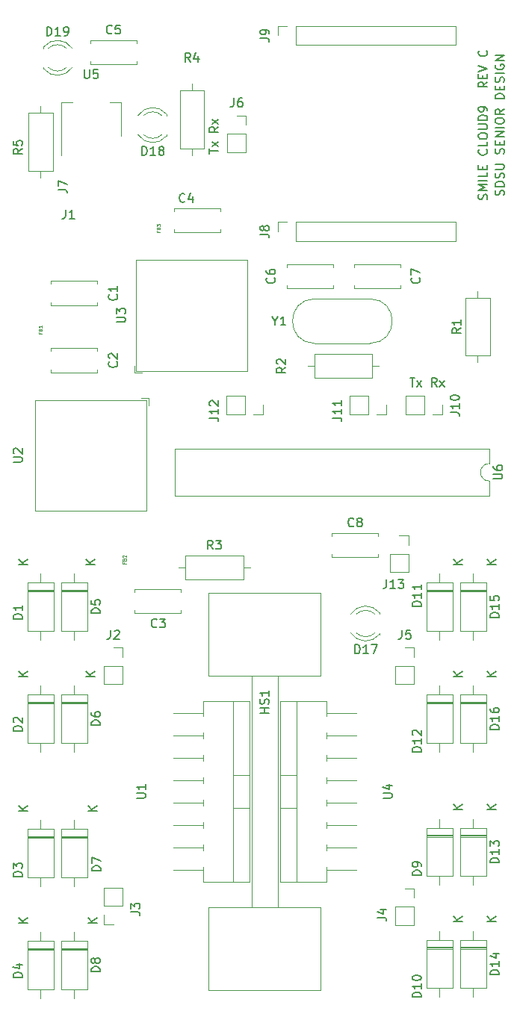
<source format=gbr>
G04 #@! TF.GenerationSoftware,KiCad,Pcbnew,(5.1.5)-3*
G04 #@! TF.CreationDate,2020-02-27T17:39:30-08:00*
G04 #@! TF.ProjectId,MobileCloud,4d6f6269-6c65-4436-9c6f-75642e6b6963,C*
G04 #@! TF.SameCoordinates,Original*
G04 #@! TF.FileFunction,Legend,Top*
G04 #@! TF.FilePolarity,Positive*
%FSLAX46Y46*%
G04 Gerber Fmt 4.6, Leading zero omitted, Abs format (unit mm)*
G04 Created by KiCad (PCBNEW (5.1.5)-3) date 2020-02-27 17:39:30*
%MOMM*%
%LPD*%
G04 APERTURE LIST*
%ADD10C,0.150000*%
%ADD11C,0.120000*%
%ADD12C,0.015000*%
G04 APERTURE END LIST*
D10*
X68667380Y-30551190D02*
X68667380Y-29979761D01*
X69667380Y-30265476D02*
X68667380Y-30265476D01*
X69667380Y-29741666D02*
X69000714Y-29217857D01*
X69000714Y-29741666D02*
X69667380Y-29217857D01*
X69667380Y-27503571D02*
X69191190Y-27836904D01*
X69667380Y-28075000D02*
X68667380Y-28075000D01*
X68667380Y-27694047D01*
X68715000Y-27598809D01*
X68762619Y-27551190D01*
X68857857Y-27503571D01*
X69000714Y-27503571D01*
X69095952Y-27551190D01*
X69143571Y-27598809D01*
X69191190Y-27694047D01*
X69191190Y-28075000D01*
X69667380Y-27170238D02*
X69000714Y-26646428D01*
X69000714Y-27170238D02*
X69667380Y-26646428D01*
X91368809Y-55967380D02*
X91940238Y-55967380D01*
X91654523Y-56967380D02*
X91654523Y-55967380D01*
X92178333Y-56967380D02*
X92702142Y-56300714D01*
X92178333Y-56300714D02*
X92702142Y-56967380D01*
X94416428Y-56967380D02*
X94083095Y-56491190D01*
X93845000Y-56967380D02*
X93845000Y-55967380D01*
X94225952Y-55967380D01*
X94321190Y-56015000D01*
X94368809Y-56062619D01*
X94416428Y-56157857D01*
X94416428Y-56300714D01*
X94368809Y-56395952D01*
X94321190Y-56443571D01*
X94225952Y-56491190D01*
X93845000Y-56491190D01*
X94749761Y-56967380D02*
X95273571Y-56300714D01*
X94749761Y-56300714D02*
X95273571Y-56967380D01*
X100147380Y-22407380D02*
X99671190Y-22740714D01*
X100147380Y-22978809D02*
X99147380Y-22978809D01*
X99147380Y-22597857D01*
X99195000Y-22502619D01*
X99242619Y-22455000D01*
X99337857Y-22407380D01*
X99480714Y-22407380D01*
X99575952Y-22455000D01*
X99623571Y-22502619D01*
X99671190Y-22597857D01*
X99671190Y-22978809D01*
X99623571Y-21978809D02*
X99623571Y-21645476D01*
X100147380Y-21502619D02*
X100147380Y-21978809D01*
X99147380Y-21978809D01*
X99147380Y-21502619D01*
X99147380Y-21216904D02*
X100147380Y-20883571D01*
X99147380Y-20550238D01*
X100052142Y-18883571D02*
X100099761Y-18931190D01*
X100147380Y-19074047D01*
X100147380Y-19169285D01*
X100099761Y-19312142D01*
X100004523Y-19407380D01*
X99909285Y-19455000D01*
X99718809Y-19502619D01*
X99575952Y-19502619D01*
X99385476Y-19455000D01*
X99290238Y-19407380D01*
X99195000Y-19312142D01*
X99147380Y-19169285D01*
X99147380Y-19074047D01*
X99195000Y-18931190D01*
X99242619Y-18883571D01*
X102004761Y-35257380D02*
X102052380Y-35114523D01*
X102052380Y-34876428D01*
X102004761Y-34781190D01*
X101957142Y-34733571D01*
X101861904Y-34685952D01*
X101766666Y-34685952D01*
X101671428Y-34733571D01*
X101623809Y-34781190D01*
X101576190Y-34876428D01*
X101528571Y-35066904D01*
X101480952Y-35162142D01*
X101433333Y-35209761D01*
X101338095Y-35257380D01*
X101242857Y-35257380D01*
X101147619Y-35209761D01*
X101100000Y-35162142D01*
X101052380Y-35066904D01*
X101052380Y-34828809D01*
X101100000Y-34685952D01*
X102052380Y-34257380D02*
X101052380Y-34257380D01*
X101052380Y-34019285D01*
X101100000Y-33876428D01*
X101195238Y-33781190D01*
X101290476Y-33733571D01*
X101480952Y-33685952D01*
X101623809Y-33685952D01*
X101814285Y-33733571D01*
X101909523Y-33781190D01*
X102004761Y-33876428D01*
X102052380Y-34019285D01*
X102052380Y-34257380D01*
X102004761Y-33305000D02*
X102052380Y-33162142D01*
X102052380Y-32924047D01*
X102004761Y-32828809D01*
X101957142Y-32781190D01*
X101861904Y-32733571D01*
X101766666Y-32733571D01*
X101671428Y-32781190D01*
X101623809Y-32828809D01*
X101576190Y-32924047D01*
X101528571Y-33114523D01*
X101480952Y-33209761D01*
X101433333Y-33257380D01*
X101338095Y-33305000D01*
X101242857Y-33305000D01*
X101147619Y-33257380D01*
X101100000Y-33209761D01*
X101052380Y-33114523D01*
X101052380Y-32876428D01*
X101100000Y-32733571D01*
X101052380Y-32305000D02*
X101861904Y-32305000D01*
X101957142Y-32257380D01*
X102004761Y-32209761D01*
X102052380Y-32114523D01*
X102052380Y-31924047D01*
X102004761Y-31828809D01*
X101957142Y-31781190D01*
X101861904Y-31733571D01*
X101052380Y-31733571D01*
X102004761Y-30543095D02*
X102052380Y-30400238D01*
X102052380Y-30162142D01*
X102004761Y-30066904D01*
X101957142Y-30019285D01*
X101861904Y-29971666D01*
X101766666Y-29971666D01*
X101671428Y-30019285D01*
X101623809Y-30066904D01*
X101576190Y-30162142D01*
X101528571Y-30352619D01*
X101480952Y-30447857D01*
X101433333Y-30495476D01*
X101338095Y-30543095D01*
X101242857Y-30543095D01*
X101147619Y-30495476D01*
X101100000Y-30447857D01*
X101052380Y-30352619D01*
X101052380Y-30114523D01*
X101100000Y-29971666D01*
X101528571Y-29543095D02*
X101528571Y-29209761D01*
X102052380Y-29066904D02*
X102052380Y-29543095D01*
X101052380Y-29543095D01*
X101052380Y-29066904D01*
X102052380Y-28638333D02*
X101052380Y-28638333D01*
X102052380Y-28066904D01*
X101052380Y-28066904D01*
X102052380Y-27590714D02*
X101052380Y-27590714D01*
X101052380Y-26924047D02*
X101052380Y-26733571D01*
X101100000Y-26638333D01*
X101195238Y-26543095D01*
X101385714Y-26495476D01*
X101719047Y-26495476D01*
X101909523Y-26543095D01*
X102004761Y-26638333D01*
X102052380Y-26733571D01*
X102052380Y-26924047D01*
X102004761Y-27019285D01*
X101909523Y-27114523D01*
X101719047Y-27162142D01*
X101385714Y-27162142D01*
X101195238Y-27114523D01*
X101100000Y-27019285D01*
X101052380Y-26924047D01*
X102052380Y-25495476D02*
X101576190Y-25828809D01*
X102052380Y-26066904D02*
X101052380Y-26066904D01*
X101052380Y-25685952D01*
X101100000Y-25590714D01*
X101147619Y-25543095D01*
X101242857Y-25495476D01*
X101385714Y-25495476D01*
X101480952Y-25543095D01*
X101528571Y-25590714D01*
X101576190Y-25685952D01*
X101576190Y-26066904D01*
X102052380Y-24305000D02*
X101052380Y-24305000D01*
X101052380Y-24066904D01*
X101100000Y-23924047D01*
X101195238Y-23828809D01*
X101290476Y-23781190D01*
X101480952Y-23733571D01*
X101623809Y-23733571D01*
X101814285Y-23781190D01*
X101909523Y-23828809D01*
X102004761Y-23924047D01*
X102052380Y-24066904D01*
X102052380Y-24305000D01*
X101528571Y-23305000D02*
X101528571Y-22971666D01*
X102052380Y-22828809D02*
X102052380Y-23305000D01*
X101052380Y-23305000D01*
X101052380Y-22828809D01*
X102004761Y-22447857D02*
X102052380Y-22305000D01*
X102052380Y-22066904D01*
X102004761Y-21971666D01*
X101957142Y-21924047D01*
X101861904Y-21876428D01*
X101766666Y-21876428D01*
X101671428Y-21924047D01*
X101623809Y-21971666D01*
X101576190Y-22066904D01*
X101528571Y-22257380D01*
X101480952Y-22352619D01*
X101433333Y-22400238D01*
X101338095Y-22447857D01*
X101242857Y-22447857D01*
X101147619Y-22400238D01*
X101100000Y-22352619D01*
X101052380Y-22257380D01*
X101052380Y-22019285D01*
X101100000Y-21876428D01*
X102052380Y-21447857D02*
X101052380Y-21447857D01*
X101100000Y-20447857D02*
X101052380Y-20543095D01*
X101052380Y-20685952D01*
X101100000Y-20828809D01*
X101195238Y-20924047D01*
X101290476Y-20971666D01*
X101480952Y-21019285D01*
X101623809Y-21019285D01*
X101814285Y-20971666D01*
X101909523Y-20924047D01*
X102004761Y-20828809D01*
X102052380Y-20685952D01*
X102052380Y-20590714D01*
X102004761Y-20447857D01*
X101957142Y-20400238D01*
X101623809Y-20400238D01*
X101623809Y-20590714D01*
X102052380Y-19971666D02*
X101052380Y-19971666D01*
X102052380Y-19400238D01*
X101052380Y-19400238D01*
X100099761Y-35741904D02*
X100147380Y-35599047D01*
X100147380Y-35360952D01*
X100099761Y-35265714D01*
X100052142Y-35218095D01*
X99956904Y-35170476D01*
X99861666Y-35170476D01*
X99766428Y-35218095D01*
X99718809Y-35265714D01*
X99671190Y-35360952D01*
X99623571Y-35551428D01*
X99575952Y-35646666D01*
X99528333Y-35694285D01*
X99433095Y-35741904D01*
X99337857Y-35741904D01*
X99242619Y-35694285D01*
X99195000Y-35646666D01*
X99147380Y-35551428D01*
X99147380Y-35313333D01*
X99195000Y-35170476D01*
X100147380Y-34741904D02*
X99147380Y-34741904D01*
X99861666Y-34408571D01*
X99147380Y-34075238D01*
X100147380Y-34075238D01*
X100147380Y-33599047D02*
X99147380Y-33599047D01*
X100147380Y-32646666D02*
X100147380Y-33122857D01*
X99147380Y-33122857D01*
X99623571Y-32313333D02*
X99623571Y-31980000D01*
X100147380Y-31837142D02*
X100147380Y-32313333D01*
X99147380Y-32313333D01*
X99147380Y-31837142D01*
X100052142Y-30075238D02*
X100099761Y-30122857D01*
X100147380Y-30265714D01*
X100147380Y-30360952D01*
X100099761Y-30503809D01*
X100004523Y-30599047D01*
X99909285Y-30646666D01*
X99718809Y-30694285D01*
X99575952Y-30694285D01*
X99385476Y-30646666D01*
X99290238Y-30599047D01*
X99195000Y-30503809D01*
X99147380Y-30360952D01*
X99147380Y-30265714D01*
X99195000Y-30122857D01*
X99242619Y-30075238D01*
X100147380Y-29170476D02*
X100147380Y-29646666D01*
X99147380Y-29646666D01*
X99147380Y-28646666D02*
X99147380Y-28456190D01*
X99195000Y-28360952D01*
X99290238Y-28265714D01*
X99480714Y-28218095D01*
X99814047Y-28218095D01*
X100004523Y-28265714D01*
X100099761Y-28360952D01*
X100147380Y-28456190D01*
X100147380Y-28646666D01*
X100099761Y-28741904D01*
X100004523Y-28837142D01*
X99814047Y-28884761D01*
X99480714Y-28884761D01*
X99290238Y-28837142D01*
X99195000Y-28741904D01*
X99147380Y-28646666D01*
X99147380Y-27789523D02*
X99956904Y-27789523D01*
X100052142Y-27741904D01*
X100099761Y-27694285D01*
X100147380Y-27599047D01*
X100147380Y-27408571D01*
X100099761Y-27313333D01*
X100052142Y-27265714D01*
X99956904Y-27218095D01*
X99147380Y-27218095D01*
X100147380Y-26741904D02*
X99147380Y-26741904D01*
X99147380Y-26503809D01*
X99195000Y-26360952D01*
X99290238Y-26265714D01*
X99385476Y-26218095D01*
X99575952Y-26170476D01*
X99718809Y-26170476D01*
X99909285Y-26218095D01*
X100004523Y-26265714D01*
X100099761Y-26360952D01*
X100147380Y-26503809D01*
X100147380Y-26741904D01*
X100147380Y-25694285D02*
X100147380Y-25503809D01*
X100099761Y-25408571D01*
X100052142Y-25360952D01*
X99909285Y-25265714D01*
X99718809Y-25218095D01*
X99337857Y-25218095D01*
X99242619Y-25265714D01*
X99195000Y-25313333D01*
X99147380Y-25408571D01*
X99147380Y-25599047D01*
X99195000Y-25694285D01*
X99242619Y-25741904D01*
X99337857Y-25789523D01*
X99575952Y-25789523D01*
X99671190Y-25741904D01*
X99718809Y-25694285D01*
X99766428Y-25599047D01*
X99766428Y-25408571D01*
X99718809Y-25313333D01*
X99671190Y-25265714D01*
X99575952Y-25218095D01*
D11*
X100022000Y-79195000D02*
X97082000Y-79195000D01*
X97082000Y-79195000D02*
X97082000Y-84635000D01*
X97082000Y-84635000D02*
X100022000Y-84635000D01*
X100022000Y-84635000D02*
X100022000Y-79195000D01*
X98552000Y-78175000D02*
X98552000Y-79195000D01*
X98552000Y-85655000D02*
X98552000Y-84635000D01*
X100022000Y-80095000D02*
X97082000Y-80095000D01*
X100022000Y-80215000D02*
X97082000Y-80215000D01*
X100022000Y-79975000D02*
X97082000Y-79975000D01*
X100390000Y-67675000D02*
G75*
G02X100390000Y-65675000I0J1000000D01*
G01*
X100390000Y-65675000D02*
X100390000Y-64025000D01*
X100390000Y-64025000D02*
X64710000Y-64025000D01*
X64710000Y-64025000D02*
X64710000Y-69325000D01*
X64710000Y-69325000D02*
X100390000Y-69325000D01*
X100390000Y-69325000D02*
X100390000Y-67675000D01*
X61545000Y-58470000D02*
X61545000Y-71070000D01*
X48945000Y-58470000D02*
X61545000Y-58470000D01*
X48945000Y-71070000D02*
X48945000Y-58470000D01*
X61545000Y-71070000D02*
X48945000Y-71070000D01*
X61745000Y-58270000D02*
X60945000Y-58270000D01*
X61745000Y-59070000D02*
X61745000Y-58270000D01*
X50680000Y-44985000D02*
X55920000Y-44985000D01*
X50680000Y-47725000D02*
X55920000Y-47725000D01*
X50680000Y-44985000D02*
X50680000Y-45300000D01*
X50680000Y-47410000D02*
X50680000Y-47725000D01*
X55920000Y-44985000D02*
X55920000Y-45300000D01*
X55920000Y-47410000D02*
X55920000Y-47725000D01*
X55920000Y-55030000D02*
X55920000Y-55345000D01*
X55920000Y-52605000D02*
X55920000Y-52920000D01*
X50680000Y-55030000D02*
X50680000Y-55345000D01*
X50680000Y-52605000D02*
X50680000Y-52920000D01*
X50680000Y-55345000D02*
X55920000Y-55345000D01*
X50680000Y-52605000D02*
X55920000Y-52605000D01*
X65445000Y-82335000D02*
X65445000Y-82650000D01*
X65445000Y-79910000D02*
X65445000Y-80225000D01*
X60205000Y-82335000D02*
X60205000Y-82650000D01*
X60205000Y-79910000D02*
X60205000Y-80225000D01*
X60205000Y-82650000D02*
X65445000Y-82650000D01*
X60205000Y-79910000D02*
X65445000Y-79910000D01*
X69890000Y-39155000D02*
X69890000Y-39470000D01*
X69890000Y-36730000D02*
X69890000Y-37045000D01*
X64650000Y-39155000D02*
X64650000Y-39470000D01*
X64650000Y-36730000D02*
X64650000Y-37045000D01*
X64650000Y-39470000D02*
X69890000Y-39470000D01*
X64650000Y-36730000D02*
X69890000Y-36730000D01*
X60445000Y-20420000D02*
X55205000Y-20420000D01*
X60445000Y-17680000D02*
X55205000Y-17680000D01*
X60445000Y-20420000D02*
X60445000Y-20105000D01*
X60445000Y-17995000D02*
X60445000Y-17680000D01*
X55205000Y-20420000D02*
X55205000Y-20105000D01*
X55205000Y-17995000D02*
X55205000Y-17680000D01*
X77430000Y-43080000D02*
X82670000Y-43080000D01*
X77430000Y-45820000D02*
X82670000Y-45820000D01*
X77430000Y-43080000D02*
X77430000Y-43395000D01*
X77430000Y-45505000D02*
X77430000Y-45820000D01*
X82670000Y-43080000D02*
X82670000Y-43395000D01*
X82670000Y-45505000D02*
X82670000Y-45820000D01*
X85050000Y-43395000D02*
X85050000Y-43080000D01*
X85050000Y-45820000D02*
X85050000Y-45505000D01*
X90290000Y-43395000D02*
X90290000Y-43080000D01*
X90290000Y-45820000D02*
X90290000Y-45505000D01*
X90290000Y-43080000D02*
X85050000Y-43080000D01*
X90290000Y-45820000D02*
X85050000Y-45820000D01*
X82510000Y-73560000D02*
X87750000Y-73560000D01*
X82510000Y-76300000D02*
X87750000Y-76300000D01*
X82510000Y-73560000D02*
X82510000Y-73875000D01*
X82510000Y-75985000D02*
X82510000Y-76300000D01*
X87750000Y-73560000D02*
X87750000Y-73875000D01*
X87750000Y-75985000D02*
X87750000Y-76300000D01*
X51000000Y-107135000D02*
X48060000Y-107135000D01*
X48060000Y-107135000D02*
X48060000Y-112575000D01*
X48060000Y-112575000D02*
X51000000Y-112575000D01*
X51000000Y-112575000D02*
X51000000Y-107135000D01*
X49530000Y-106115000D02*
X49530000Y-107135000D01*
X49530000Y-113595000D02*
X49530000Y-112575000D01*
X51000000Y-108035000D02*
X48060000Y-108035000D01*
X51000000Y-108155000D02*
X48060000Y-108155000D01*
X51000000Y-107915000D02*
X48060000Y-107915000D01*
X51000000Y-120615000D02*
X48060000Y-120615000D01*
X51000000Y-120855000D02*
X48060000Y-120855000D01*
X51000000Y-120735000D02*
X48060000Y-120735000D01*
X49530000Y-126295000D02*
X49530000Y-125275000D01*
X49530000Y-118815000D02*
X49530000Y-119835000D01*
X51000000Y-125275000D02*
X51000000Y-119835000D01*
X48060000Y-125275000D02*
X51000000Y-125275000D01*
X48060000Y-119835000D02*
X48060000Y-125275000D01*
X51000000Y-119835000D02*
X48060000Y-119835000D01*
X54810000Y-107915000D02*
X51870000Y-107915000D01*
X54810000Y-108155000D02*
X51870000Y-108155000D01*
X54810000Y-108035000D02*
X51870000Y-108035000D01*
X53340000Y-113595000D02*
X53340000Y-112575000D01*
X53340000Y-106115000D02*
X53340000Y-107135000D01*
X54810000Y-112575000D02*
X54810000Y-107135000D01*
X51870000Y-112575000D02*
X54810000Y-112575000D01*
X51870000Y-107135000D02*
X51870000Y-112575000D01*
X54810000Y-107135000D02*
X51870000Y-107135000D01*
X54810000Y-119835000D02*
X51870000Y-119835000D01*
X51870000Y-119835000D02*
X51870000Y-125275000D01*
X51870000Y-125275000D02*
X54810000Y-125275000D01*
X54810000Y-125275000D02*
X54810000Y-119835000D01*
X53340000Y-118815000D02*
X53340000Y-119835000D01*
X53340000Y-126295000D02*
X53340000Y-125275000D01*
X54810000Y-120735000D02*
X51870000Y-120735000D01*
X54810000Y-120855000D02*
X51870000Y-120855000D01*
X54810000Y-120615000D02*
X51870000Y-120615000D01*
X96212000Y-107788000D02*
X93272000Y-107788000D01*
X96212000Y-108028000D02*
X93272000Y-108028000D01*
X96212000Y-107908000D02*
X93272000Y-107908000D01*
X94742000Y-113468000D02*
X94742000Y-112448000D01*
X94742000Y-105988000D02*
X94742000Y-107008000D01*
X96212000Y-112448000D02*
X96212000Y-107008000D01*
X93272000Y-112448000D02*
X96212000Y-112448000D01*
X93272000Y-107008000D02*
X93272000Y-112448000D01*
X96212000Y-107008000D02*
X93272000Y-107008000D01*
X96212000Y-119708000D02*
X93272000Y-119708000D01*
X93272000Y-119708000D02*
X93272000Y-125148000D01*
X93272000Y-125148000D02*
X96212000Y-125148000D01*
X96212000Y-125148000D02*
X96212000Y-119708000D01*
X94742000Y-118688000D02*
X94742000Y-119708000D01*
X94742000Y-126168000D02*
X94742000Y-125148000D01*
X96212000Y-120608000D02*
X93272000Y-120608000D01*
X96212000Y-120728000D02*
X93272000Y-120728000D01*
X96212000Y-120488000D02*
X93272000Y-120488000D01*
X96212000Y-79195000D02*
X93272000Y-79195000D01*
X93272000Y-79195000D02*
X93272000Y-84635000D01*
X93272000Y-84635000D02*
X96212000Y-84635000D01*
X96212000Y-84635000D02*
X96212000Y-79195000D01*
X94742000Y-78175000D02*
X94742000Y-79195000D01*
X94742000Y-85655000D02*
X94742000Y-84635000D01*
X96212000Y-80095000D02*
X93272000Y-80095000D01*
X96212000Y-80215000D02*
X93272000Y-80215000D01*
X96212000Y-79975000D02*
X93272000Y-79975000D01*
X96212000Y-91895000D02*
X93272000Y-91895000D01*
X93272000Y-91895000D02*
X93272000Y-97335000D01*
X93272000Y-97335000D02*
X96212000Y-97335000D01*
X96212000Y-97335000D02*
X96212000Y-91895000D01*
X94742000Y-90875000D02*
X94742000Y-91895000D01*
X94742000Y-98355000D02*
X94742000Y-97335000D01*
X96212000Y-92795000D02*
X93272000Y-92795000D01*
X96212000Y-92915000D02*
X93272000Y-92915000D01*
X96212000Y-92675000D02*
X93272000Y-92675000D01*
X100022000Y-107788000D02*
X97082000Y-107788000D01*
X100022000Y-108028000D02*
X97082000Y-108028000D01*
X100022000Y-107908000D02*
X97082000Y-107908000D01*
X98552000Y-113468000D02*
X98552000Y-112448000D01*
X98552000Y-105988000D02*
X98552000Y-107008000D01*
X100022000Y-112448000D02*
X100022000Y-107008000D01*
X97082000Y-112448000D02*
X100022000Y-112448000D01*
X97082000Y-107008000D02*
X97082000Y-112448000D01*
X100022000Y-107008000D02*
X97082000Y-107008000D01*
X100022000Y-120488000D02*
X97082000Y-120488000D01*
X100022000Y-120728000D02*
X97082000Y-120728000D01*
X100022000Y-120608000D02*
X97082000Y-120608000D01*
X98552000Y-126168000D02*
X98552000Y-125148000D01*
X98552000Y-118688000D02*
X98552000Y-119708000D01*
X100022000Y-125148000D02*
X100022000Y-119708000D01*
X97082000Y-125148000D02*
X100022000Y-125148000D01*
X97082000Y-119708000D02*
X97082000Y-125148000D01*
X100022000Y-119708000D02*
X97082000Y-119708000D01*
X100022000Y-92675000D02*
X97082000Y-92675000D01*
X100022000Y-92915000D02*
X97082000Y-92915000D01*
X100022000Y-92795000D02*
X97082000Y-92795000D01*
X98552000Y-98355000D02*
X98552000Y-97335000D01*
X98552000Y-90875000D02*
X98552000Y-91895000D01*
X100022000Y-97335000D02*
X100022000Y-91895000D01*
X97082000Y-97335000D02*
X100022000Y-97335000D01*
X97082000Y-91895000D02*
X97082000Y-97335000D01*
X100022000Y-91895000D02*
X97082000Y-91895000D01*
X97690000Y-53435000D02*
X100430000Y-53435000D01*
X100430000Y-53435000D02*
X100430000Y-46895000D01*
X100430000Y-46895000D02*
X97690000Y-46895000D01*
X97690000Y-46895000D02*
X97690000Y-53435000D01*
X99060000Y-54205000D02*
X99060000Y-53435000D01*
X99060000Y-46125000D02*
X99060000Y-46895000D01*
X79780000Y-54610000D02*
X80550000Y-54610000D01*
X87860000Y-54610000D02*
X87090000Y-54610000D01*
X80550000Y-55980000D02*
X87090000Y-55980000D01*
X80550000Y-53240000D02*
X80550000Y-55980000D01*
X87090000Y-53240000D02*
X80550000Y-53240000D01*
X87090000Y-55980000D02*
X87090000Y-53240000D01*
X67959000Y-111760000D02*
X64565000Y-111760000D01*
X67959000Y-109220000D02*
X64565000Y-109220000D01*
X67959000Y-106680000D02*
X64565000Y-106680000D01*
X67959000Y-104140000D02*
X64565000Y-104140000D01*
X67959000Y-101600000D02*
X64565000Y-101600000D01*
X67959000Y-99060000D02*
X64565000Y-99060000D01*
X67959000Y-96520000D02*
X64565000Y-96520000D01*
X67959000Y-93980000D02*
X64550000Y-93980000D01*
X73200000Y-104720000D02*
X71360000Y-104720000D01*
X73200000Y-101021000D02*
X71360000Y-101021000D01*
X71360000Y-92650000D02*
X71360000Y-113090000D01*
X73200000Y-113090000D02*
X67959000Y-113090000D01*
X73200000Y-92650000D02*
X67959000Y-92650000D01*
X67959000Y-111415000D02*
X67959000Y-113090000D01*
X67959000Y-108875000D02*
X67959000Y-109566000D01*
X67959000Y-106335000D02*
X67959000Y-107026000D01*
X67959000Y-103795000D02*
X67959000Y-104486000D01*
X67959000Y-101255000D02*
X67959000Y-101946000D01*
X67959000Y-98715000D02*
X67959000Y-99406000D01*
X67959000Y-96175000D02*
X67959000Y-96866000D01*
X67959000Y-92650000D02*
X67959000Y-94326000D01*
X73200000Y-92650000D02*
X73200000Y-113090000D01*
X60175000Y-54595000D02*
X60175000Y-55395000D01*
X60175000Y-55395000D02*
X60975000Y-55395000D01*
X60375000Y-42595000D02*
X72975000Y-42595000D01*
X72975000Y-42595000D02*
X72975000Y-55195000D01*
X72975000Y-55195000D02*
X60375000Y-55195000D01*
X60375000Y-55195000D02*
X60375000Y-42595000D01*
X76660000Y-113090000D02*
X76660000Y-92650000D01*
X81901000Y-113090000D02*
X81901000Y-111414000D01*
X81901000Y-109565000D02*
X81901000Y-108874000D01*
X81901000Y-107025000D02*
X81901000Y-106334000D01*
X81901000Y-104485000D02*
X81901000Y-103794000D01*
X81901000Y-101945000D02*
X81901000Y-101254000D01*
X81901000Y-99405000D02*
X81901000Y-98714000D01*
X81901000Y-96865000D02*
X81901000Y-96174000D01*
X81901000Y-94325000D02*
X81901000Y-92650000D01*
X76660000Y-113090000D02*
X81901000Y-113090000D01*
X76660000Y-92650000D02*
X81901000Y-92650000D01*
X78500000Y-113090000D02*
X78500000Y-92650000D01*
X76660000Y-104719000D02*
X78500000Y-104719000D01*
X76660000Y-101020000D02*
X78500000Y-101020000D01*
X81901000Y-111760000D02*
X85310000Y-111760000D01*
X81901000Y-109220000D02*
X85295000Y-109220000D01*
X81901000Y-106680000D02*
X85295000Y-106680000D01*
X81901000Y-104140000D02*
X85295000Y-104140000D01*
X81901000Y-101600000D02*
X85295000Y-101600000D01*
X81901000Y-99060000D02*
X85295000Y-99060000D01*
X81901000Y-96520000D02*
X85295000Y-96520000D01*
X81901000Y-93980000D02*
X85295000Y-93980000D01*
X58655000Y-24735000D02*
X57395000Y-24735000D01*
X51835000Y-24735000D02*
X53095000Y-24735000D01*
X58655000Y-28495000D02*
X58655000Y-24735000D01*
X51835000Y-30745000D02*
X51835000Y-24735000D01*
X51000000Y-79975000D02*
X48060000Y-79975000D01*
X51000000Y-80215000D02*
X48060000Y-80215000D01*
X51000000Y-80095000D02*
X48060000Y-80095000D01*
X49530000Y-85655000D02*
X49530000Y-84635000D01*
X49530000Y-78175000D02*
X49530000Y-79195000D01*
X51000000Y-84635000D02*
X51000000Y-79195000D01*
X48060000Y-84635000D02*
X51000000Y-84635000D01*
X48060000Y-79195000D02*
X48060000Y-84635000D01*
X51000000Y-79195000D02*
X48060000Y-79195000D01*
X51000000Y-91895000D02*
X48060000Y-91895000D01*
X48060000Y-91895000D02*
X48060000Y-97335000D01*
X48060000Y-97335000D02*
X51000000Y-97335000D01*
X51000000Y-97335000D02*
X51000000Y-91895000D01*
X49530000Y-90875000D02*
X49530000Y-91895000D01*
X49530000Y-98355000D02*
X49530000Y-97335000D01*
X51000000Y-92795000D02*
X48060000Y-92795000D01*
X51000000Y-92915000D02*
X48060000Y-92915000D01*
X51000000Y-92675000D02*
X48060000Y-92675000D01*
X54810000Y-79975000D02*
X51870000Y-79975000D01*
X54810000Y-80215000D02*
X51870000Y-80215000D01*
X54810000Y-80095000D02*
X51870000Y-80095000D01*
X53340000Y-85655000D02*
X53340000Y-84635000D01*
X53340000Y-78175000D02*
X53340000Y-79195000D01*
X54810000Y-84635000D02*
X54810000Y-79195000D01*
X51870000Y-84635000D02*
X54810000Y-84635000D01*
X51870000Y-79195000D02*
X51870000Y-84635000D01*
X54810000Y-79195000D02*
X51870000Y-79195000D01*
X54810000Y-91895000D02*
X51870000Y-91895000D01*
X51870000Y-91895000D02*
X51870000Y-97335000D01*
X51870000Y-97335000D02*
X54810000Y-97335000D01*
X54810000Y-97335000D02*
X54810000Y-91895000D01*
X53340000Y-90875000D02*
X53340000Y-91895000D01*
X53340000Y-98355000D02*
X53340000Y-97335000D01*
X54810000Y-92795000D02*
X51870000Y-92795000D01*
X54810000Y-92915000D02*
X51870000Y-92915000D01*
X54810000Y-92675000D02*
X51870000Y-92675000D01*
X71755000Y-26245000D02*
X72815000Y-26245000D01*
X72815000Y-26245000D02*
X72815000Y-27305000D01*
X72815000Y-28305000D02*
X72815000Y-30365000D01*
X70695000Y-30365000D02*
X72815000Y-30365000D01*
X70695000Y-28305000D02*
X70695000Y-30365000D01*
X70695000Y-28305000D02*
X72815000Y-28305000D01*
X57785000Y-86570000D02*
X58845000Y-86570000D01*
X58845000Y-86570000D02*
X58845000Y-87630000D01*
X58845000Y-88630000D02*
X58845000Y-90690000D01*
X56725000Y-90690000D02*
X58845000Y-90690000D01*
X56725000Y-88630000D02*
X56725000Y-90690000D01*
X56725000Y-88630000D02*
X58845000Y-88630000D01*
X58845000Y-115840000D02*
X56725000Y-115840000D01*
X58845000Y-115840000D02*
X58845000Y-113780000D01*
X58845000Y-113780000D02*
X56725000Y-113780000D01*
X56725000Y-115840000D02*
X56725000Y-113780000D01*
X56725000Y-117900000D02*
X56725000Y-116840000D01*
X57785000Y-117900000D02*
X56725000Y-117900000D01*
X89745000Y-115935000D02*
X91865000Y-115935000D01*
X89745000Y-115935000D02*
X89745000Y-117995000D01*
X89745000Y-117995000D02*
X91865000Y-117995000D01*
X91865000Y-115935000D02*
X91865000Y-117995000D01*
X91865000Y-113875000D02*
X91865000Y-114935000D01*
X90805000Y-113875000D02*
X91865000Y-113875000D01*
X90805000Y-86570000D02*
X91865000Y-86570000D01*
X91865000Y-86570000D02*
X91865000Y-87630000D01*
X91865000Y-88630000D02*
X91865000Y-90690000D01*
X89745000Y-90690000D02*
X91865000Y-90690000D01*
X89745000Y-88630000D02*
X89745000Y-90690000D01*
X89745000Y-88630000D02*
X91865000Y-88630000D01*
X92980000Y-57995000D02*
X92980000Y-60115000D01*
X92980000Y-57995000D02*
X90920000Y-57995000D01*
X90920000Y-57995000D02*
X90920000Y-60115000D01*
X92980000Y-60115000D02*
X90920000Y-60115000D01*
X95040000Y-60115000D02*
X93980000Y-60115000D01*
X95040000Y-59055000D02*
X95040000Y-60115000D01*
X88690000Y-59055000D02*
X88690000Y-60115000D01*
X88690000Y-60115000D02*
X87630000Y-60115000D01*
X86630000Y-60115000D02*
X84570000Y-60115000D01*
X84570000Y-57995000D02*
X84570000Y-60115000D01*
X86630000Y-57995000D02*
X84570000Y-57995000D01*
X86630000Y-57995000D02*
X86630000Y-60115000D01*
X72660000Y-57995000D02*
X72660000Y-60115000D01*
X72660000Y-57995000D02*
X70600000Y-57995000D01*
X70600000Y-57995000D02*
X70600000Y-60115000D01*
X72660000Y-60115000D02*
X70600000Y-60115000D01*
X74720000Y-60115000D02*
X73660000Y-60115000D01*
X74720000Y-59055000D02*
X74720000Y-60115000D01*
X80595000Y-47005000D02*
X86845000Y-47005000D01*
X80595000Y-52055000D02*
X86845000Y-52055000D01*
X80595000Y-52055000D02*
G75*
G02X80595000Y-47005000I0J2525000D01*
G01*
X86845000Y-52055000D02*
G75*
G03X86845000Y-47005000I0J2525000D01*
G01*
X76410000Y-39370000D02*
X76410000Y-38310000D01*
X76410000Y-38310000D02*
X77470000Y-38310000D01*
X78470000Y-38310000D02*
X96530000Y-38310000D01*
X96530000Y-40430000D02*
X96530000Y-38310000D01*
X78470000Y-40430000D02*
X96530000Y-40430000D01*
X78470000Y-40430000D02*
X78470000Y-38310000D01*
X78470000Y-18205000D02*
X78470000Y-16085000D01*
X78470000Y-18205000D02*
X96530000Y-18205000D01*
X96530000Y-18205000D02*
X96530000Y-16085000D01*
X78470000Y-16085000D02*
X96530000Y-16085000D01*
X76410000Y-16085000D02*
X77470000Y-16085000D01*
X76410000Y-17145000D02*
X76410000Y-16085000D01*
X89110000Y-75930000D02*
X91230000Y-75930000D01*
X89110000Y-75930000D02*
X89110000Y-77990000D01*
X89110000Y-77990000D02*
X91230000Y-77990000D01*
X91230000Y-75930000D02*
X91230000Y-77990000D01*
X91230000Y-73870000D02*
X91230000Y-74930000D01*
X90170000Y-73870000D02*
X91230000Y-73870000D01*
X68580000Y-115970000D02*
X81280000Y-115970000D01*
X76430000Y-115970000D02*
X76430000Y-89770000D01*
X68580000Y-89770000D02*
X81280000Y-89770000D01*
X73430000Y-115970000D02*
X73430000Y-89770000D01*
X68580000Y-125370000D02*
X81280000Y-125370000D01*
X68580000Y-115970000D02*
X68580000Y-125370000D01*
X81280000Y-115970000D02*
X81280000Y-125370000D01*
X81280000Y-80370000D02*
X81280000Y-89770000D01*
X68580000Y-80370000D02*
X68580000Y-89770000D01*
X68580000Y-80370000D02*
X81280000Y-80370000D01*
X87920000Y-82740000D02*
X87920000Y-82584000D01*
X87920000Y-85056000D02*
X87920000Y-84900000D01*
X85318870Y-82740163D02*
G75*
G02X87400961Y-82740000I1041130J-1079837D01*
G01*
X85318870Y-84899837D02*
G75*
G03X87400961Y-84900000I1041130J1079837D01*
G01*
X84687665Y-82741392D02*
G75*
G02X87920000Y-82584484I1672335J-1078608D01*
G01*
X84687665Y-84898608D02*
G75*
G03X87920000Y-85055516I1672335J1078608D01*
G01*
X60557665Y-28383608D02*
G75*
G03X63790000Y-28540516I1672335J1078608D01*
G01*
X60557665Y-26226392D02*
G75*
G02X63790000Y-26069484I1672335J-1078608D01*
G01*
X61188870Y-28384837D02*
G75*
G03X63270961Y-28385000I1041130J1079837D01*
G01*
X61188870Y-26225163D02*
G75*
G02X63270961Y-26225000I1041130J-1079837D01*
G01*
X63790000Y-28541000D02*
X63790000Y-28385000D01*
X63790000Y-26225000D02*
X63790000Y-26069000D01*
X53107335Y-18606392D02*
G75*
G03X49875000Y-18449484I-1672335J-1078608D01*
G01*
X53107335Y-20763608D02*
G75*
G02X49875000Y-20920516I-1672335J1078608D01*
G01*
X52476130Y-18605163D02*
G75*
G03X50394039Y-18605000I-1041130J-1079837D01*
G01*
X52476130Y-20764837D02*
G75*
G02X50394039Y-20765000I-1041130J1079837D01*
G01*
X49875000Y-18449000D02*
X49875000Y-18605000D01*
X49875000Y-20765000D02*
X49875000Y-20921000D01*
X65945000Y-76100000D02*
X65945000Y-78840000D01*
X65945000Y-78840000D02*
X72485000Y-78840000D01*
X72485000Y-78840000D02*
X72485000Y-76100000D01*
X72485000Y-76100000D02*
X65945000Y-76100000D01*
X65175000Y-77470000D02*
X65945000Y-77470000D01*
X73255000Y-77470000D02*
X72485000Y-77470000D01*
X66675000Y-30710000D02*
X66675000Y-29940000D01*
X66675000Y-22630000D02*
X66675000Y-23400000D01*
X68045000Y-29940000D02*
X68045000Y-23400000D01*
X65305000Y-29940000D02*
X68045000Y-29940000D01*
X65305000Y-23400000D02*
X65305000Y-29940000D01*
X68045000Y-23400000D02*
X65305000Y-23400000D01*
X50900000Y-25940000D02*
X48160000Y-25940000D01*
X48160000Y-25940000D02*
X48160000Y-32480000D01*
X48160000Y-32480000D02*
X50900000Y-32480000D01*
X50900000Y-32480000D02*
X50900000Y-25940000D01*
X49530000Y-25170000D02*
X49530000Y-25940000D01*
X49530000Y-33250000D02*
X49530000Y-32480000D01*
D10*
X101474380Y-83129285D02*
X100474380Y-83129285D01*
X100474380Y-82891190D01*
X100522000Y-82748333D01*
X100617238Y-82653095D01*
X100712476Y-82605476D01*
X100902952Y-82557857D01*
X101045809Y-82557857D01*
X101236285Y-82605476D01*
X101331523Y-82653095D01*
X101426761Y-82748333D01*
X101474380Y-82891190D01*
X101474380Y-83129285D01*
X101474380Y-81605476D02*
X101474380Y-82176904D01*
X101474380Y-81891190D02*
X100474380Y-81891190D01*
X100617238Y-81986428D01*
X100712476Y-82081666D01*
X100760095Y-82176904D01*
X100474380Y-80700714D02*
X100474380Y-81176904D01*
X100950571Y-81224523D01*
X100902952Y-81176904D01*
X100855333Y-81081666D01*
X100855333Y-80843571D01*
X100902952Y-80748333D01*
X100950571Y-80700714D01*
X101045809Y-80653095D01*
X101283904Y-80653095D01*
X101379142Y-80700714D01*
X101426761Y-80748333D01*
X101474380Y-80843571D01*
X101474380Y-81081666D01*
X101426761Y-81176904D01*
X101379142Y-81224523D01*
X101104380Y-77096904D02*
X100104380Y-77096904D01*
X101104380Y-76525476D02*
X100532952Y-76954047D01*
X100104380Y-76525476D02*
X100675809Y-77096904D01*
X100842380Y-67436904D02*
X101651904Y-67436904D01*
X101747142Y-67389285D01*
X101794761Y-67341666D01*
X101842380Y-67246428D01*
X101842380Y-67055952D01*
X101794761Y-66960714D01*
X101747142Y-66913095D01*
X101651904Y-66865476D01*
X100842380Y-66865476D01*
X100842380Y-65960714D02*
X100842380Y-66151190D01*
X100890000Y-66246428D01*
X100937619Y-66294047D01*
X101080476Y-66389285D01*
X101270952Y-66436904D01*
X101651904Y-66436904D01*
X101747142Y-66389285D01*
X101794761Y-66341666D01*
X101842380Y-66246428D01*
X101842380Y-66055952D01*
X101794761Y-65960714D01*
X101747142Y-65913095D01*
X101651904Y-65865476D01*
X101413809Y-65865476D01*
X101318571Y-65913095D01*
X101270952Y-65960714D01*
X101223333Y-66055952D01*
X101223333Y-66246428D01*
X101270952Y-66341666D01*
X101318571Y-66389285D01*
X101413809Y-66436904D01*
X46442380Y-65531904D02*
X47251904Y-65531904D01*
X47347142Y-65484285D01*
X47394761Y-65436666D01*
X47442380Y-65341428D01*
X47442380Y-65150952D01*
X47394761Y-65055714D01*
X47347142Y-65008095D01*
X47251904Y-64960476D01*
X46442380Y-64960476D01*
X46537619Y-64531904D02*
X46490000Y-64484285D01*
X46442380Y-64389047D01*
X46442380Y-64150952D01*
X46490000Y-64055714D01*
X46537619Y-64008095D01*
X46632857Y-63960476D01*
X46728095Y-63960476D01*
X46870952Y-64008095D01*
X47442380Y-64579523D01*
X47442380Y-63960476D01*
X58142142Y-46521666D02*
X58189761Y-46569285D01*
X58237380Y-46712142D01*
X58237380Y-46807380D01*
X58189761Y-46950238D01*
X58094523Y-47045476D01*
X57999285Y-47093095D01*
X57808809Y-47140714D01*
X57665952Y-47140714D01*
X57475476Y-47093095D01*
X57380238Y-47045476D01*
X57285000Y-46950238D01*
X57237380Y-46807380D01*
X57237380Y-46712142D01*
X57285000Y-46569285D01*
X57332619Y-46521666D01*
X58237380Y-45569285D02*
X58237380Y-46140714D01*
X58237380Y-45855000D02*
X57237380Y-45855000D01*
X57380238Y-45950238D01*
X57475476Y-46045476D01*
X57523095Y-46140714D01*
X58142142Y-54141666D02*
X58189761Y-54189285D01*
X58237380Y-54332142D01*
X58237380Y-54427380D01*
X58189761Y-54570238D01*
X58094523Y-54665476D01*
X57999285Y-54713095D01*
X57808809Y-54760714D01*
X57665952Y-54760714D01*
X57475476Y-54713095D01*
X57380238Y-54665476D01*
X57285000Y-54570238D01*
X57237380Y-54427380D01*
X57237380Y-54332142D01*
X57285000Y-54189285D01*
X57332619Y-54141666D01*
X57332619Y-53760714D02*
X57285000Y-53713095D01*
X57237380Y-53617857D01*
X57237380Y-53379761D01*
X57285000Y-53284523D01*
X57332619Y-53236904D01*
X57427857Y-53189285D01*
X57523095Y-53189285D01*
X57665952Y-53236904D01*
X58237380Y-53808333D01*
X58237380Y-53189285D01*
X62698333Y-84177142D02*
X62650714Y-84224761D01*
X62507857Y-84272380D01*
X62412619Y-84272380D01*
X62269761Y-84224761D01*
X62174523Y-84129523D01*
X62126904Y-84034285D01*
X62079285Y-83843809D01*
X62079285Y-83700952D01*
X62126904Y-83510476D01*
X62174523Y-83415238D01*
X62269761Y-83320000D01*
X62412619Y-83272380D01*
X62507857Y-83272380D01*
X62650714Y-83320000D01*
X62698333Y-83367619D01*
X63031666Y-83272380D02*
X63650714Y-83272380D01*
X63317380Y-83653333D01*
X63460238Y-83653333D01*
X63555476Y-83700952D01*
X63603095Y-83748571D01*
X63650714Y-83843809D01*
X63650714Y-84081904D01*
X63603095Y-84177142D01*
X63555476Y-84224761D01*
X63460238Y-84272380D01*
X63174523Y-84272380D01*
X63079285Y-84224761D01*
X63031666Y-84177142D01*
X65873333Y-35957142D02*
X65825714Y-36004761D01*
X65682857Y-36052380D01*
X65587619Y-36052380D01*
X65444761Y-36004761D01*
X65349523Y-35909523D01*
X65301904Y-35814285D01*
X65254285Y-35623809D01*
X65254285Y-35480952D01*
X65301904Y-35290476D01*
X65349523Y-35195238D01*
X65444761Y-35100000D01*
X65587619Y-35052380D01*
X65682857Y-35052380D01*
X65825714Y-35100000D01*
X65873333Y-35147619D01*
X66730476Y-35385714D02*
X66730476Y-36052380D01*
X66492380Y-35004761D02*
X66254285Y-35719047D01*
X66873333Y-35719047D01*
X57618333Y-16867142D02*
X57570714Y-16914761D01*
X57427857Y-16962380D01*
X57332619Y-16962380D01*
X57189761Y-16914761D01*
X57094523Y-16819523D01*
X57046904Y-16724285D01*
X56999285Y-16533809D01*
X56999285Y-16390952D01*
X57046904Y-16200476D01*
X57094523Y-16105238D01*
X57189761Y-16010000D01*
X57332619Y-15962380D01*
X57427857Y-15962380D01*
X57570714Y-16010000D01*
X57618333Y-16057619D01*
X58523095Y-15962380D02*
X58046904Y-15962380D01*
X57999285Y-16438571D01*
X58046904Y-16390952D01*
X58142142Y-16343333D01*
X58380238Y-16343333D01*
X58475476Y-16390952D01*
X58523095Y-16438571D01*
X58570714Y-16533809D01*
X58570714Y-16771904D01*
X58523095Y-16867142D01*
X58475476Y-16914761D01*
X58380238Y-16962380D01*
X58142142Y-16962380D01*
X58046904Y-16914761D01*
X57999285Y-16867142D01*
X76002142Y-44616666D02*
X76049761Y-44664285D01*
X76097380Y-44807142D01*
X76097380Y-44902380D01*
X76049761Y-45045238D01*
X75954523Y-45140476D01*
X75859285Y-45188095D01*
X75668809Y-45235714D01*
X75525952Y-45235714D01*
X75335476Y-45188095D01*
X75240238Y-45140476D01*
X75145000Y-45045238D01*
X75097380Y-44902380D01*
X75097380Y-44807142D01*
X75145000Y-44664285D01*
X75192619Y-44616666D01*
X75097380Y-43759523D02*
X75097380Y-43950000D01*
X75145000Y-44045238D01*
X75192619Y-44092857D01*
X75335476Y-44188095D01*
X75525952Y-44235714D01*
X75906904Y-44235714D01*
X76002142Y-44188095D01*
X76049761Y-44140476D01*
X76097380Y-44045238D01*
X76097380Y-43854761D01*
X76049761Y-43759523D01*
X76002142Y-43711904D01*
X75906904Y-43664285D01*
X75668809Y-43664285D01*
X75573571Y-43711904D01*
X75525952Y-43759523D01*
X75478333Y-43854761D01*
X75478333Y-44045238D01*
X75525952Y-44140476D01*
X75573571Y-44188095D01*
X75668809Y-44235714D01*
X92432142Y-44616666D02*
X92479761Y-44664285D01*
X92527380Y-44807142D01*
X92527380Y-44902380D01*
X92479761Y-45045238D01*
X92384523Y-45140476D01*
X92289285Y-45188095D01*
X92098809Y-45235714D01*
X91955952Y-45235714D01*
X91765476Y-45188095D01*
X91670238Y-45140476D01*
X91575000Y-45045238D01*
X91527380Y-44902380D01*
X91527380Y-44807142D01*
X91575000Y-44664285D01*
X91622619Y-44616666D01*
X91527380Y-44283333D02*
X91527380Y-43616666D01*
X92527380Y-44045238D01*
X85003333Y-72747142D02*
X84955714Y-72794761D01*
X84812857Y-72842380D01*
X84717619Y-72842380D01*
X84574761Y-72794761D01*
X84479523Y-72699523D01*
X84431904Y-72604285D01*
X84384285Y-72413809D01*
X84384285Y-72270952D01*
X84431904Y-72080476D01*
X84479523Y-71985238D01*
X84574761Y-71890000D01*
X84717619Y-71842380D01*
X84812857Y-71842380D01*
X84955714Y-71890000D01*
X85003333Y-71937619D01*
X85574761Y-72270952D02*
X85479523Y-72223333D01*
X85431904Y-72175714D01*
X85384285Y-72080476D01*
X85384285Y-72032857D01*
X85431904Y-71937619D01*
X85479523Y-71890000D01*
X85574761Y-71842380D01*
X85765238Y-71842380D01*
X85860476Y-71890000D01*
X85908095Y-71937619D01*
X85955714Y-72032857D01*
X85955714Y-72080476D01*
X85908095Y-72175714D01*
X85860476Y-72223333D01*
X85765238Y-72270952D01*
X85574761Y-72270952D01*
X85479523Y-72318571D01*
X85431904Y-72366190D01*
X85384285Y-72461428D01*
X85384285Y-72651904D01*
X85431904Y-72747142D01*
X85479523Y-72794761D01*
X85574761Y-72842380D01*
X85765238Y-72842380D01*
X85860476Y-72794761D01*
X85908095Y-72747142D01*
X85955714Y-72651904D01*
X85955714Y-72461428D01*
X85908095Y-72366190D01*
X85860476Y-72318571D01*
X85765238Y-72270952D01*
X47442380Y-112498095D02*
X46442380Y-112498095D01*
X46442380Y-112260000D01*
X46490000Y-112117142D01*
X46585238Y-112021904D01*
X46680476Y-111974285D01*
X46870952Y-111926666D01*
X47013809Y-111926666D01*
X47204285Y-111974285D01*
X47299523Y-112021904D01*
X47394761Y-112117142D01*
X47442380Y-112260000D01*
X47442380Y-112498095D01*
X46442380Y-111593333D02*
X46442380Y-110974285D01*
X46823333Y-111307619D01*
X46823333Y-111164761D01*
X46870952Y-111069523D01*
X46918571Y-111021904D01*
X47013809Y-110974285D01*
X47251904Y-110974285D01*
X47347142Y-111021904D01*
X47394761Y-111069523D01*
X47442380Y-111164761D01*
X47442380Y-111450476D01*
X47394761Y-111545714D01*
X47347142Y-111593333D01*
X48077380Y-105036904D02*
X47077380Y-105036904D01*
X48077380Y-104465476D02*
X47505952Y-104894047D01*
X47077380Y-104465476D02*
X47648809Y-105036904D01*
X47442380Y-123928095D02*
X46442380Y-123928095D01*
X46442380Y-123690000D01*
X46490000Y-123547142D01*
X46585238Y-123451904D01*
X46680476Y-123404285D01*
X46870952Y-123356666D01*
X47013809Y-123356666D01*
X47204285Y-123404285D01*
X47299523Y-123451904D01*
X47394761Y-123547142D01*
X47442380Y-123690000D01*
X47442380Y-123928095D01*
X46775714Y-122499523D02*
X47442380Y-122499523D01*
X46394761Y-122737619D02*
X47109047Y-122975714D01*
X47109047Y-122356666D01*
X48077380Y-117736904D02*
X47077380Y-117736904D01*
X48077380Y-117165476D02*
X47505952Y-117594047D01*
X47077380Y-117165476D02*
X47648809Y-117736904D01*
X56332380Y-111863095D02*
X55332380Y-111863095D01*
X55332380Y-111625000D01*
X55380000Y-111482142D01*
X55475238Y-111386904D01*
X55570476Y-111339285D01*
X55760952Y-111291666D01*
X55903809Y-111291666D01*
X56094285Y-111339285D01*
X56189523Y-111386904D01*
X56284761Y-111482142D01*
X56332380Y-111625000D01*
X56332380Y-111863095D01*
X55332380Y-110958333D02*
X55332380Y-110291666D01*
X56332380Y-110720238D01*
X55892380Y-105036904D02*
X54892380Y-105036904D01*
X55892380Y-104465476D02*
X55320952Y-104894047D01*
X54892380Y-104465476D02*
X55463809Y-105036904D01*
X56262380Y-123293095D02*
X55262380Y-123293095D01*
X55262380Y-123055000D01*
X55310000Y-122912142D01*
X55405238Y-122816904D01*
X55500476Y-122769285D01*
X55690952Y-122721666D01*
X55833809Y-122721666D01*
X56024285Y-122769285D01*
X56119523Y-122816904D01*
X56214761Y-122912142D01*
X56262380Y-123055000D01*
X56262380Y-123293095D01*
X55690952Y-122150238D02*
X55643333Y-122245476D01*
X55595714Y-122293095D01*
X55500476Y-122340714D01*
X55452857Y-122340714D01*
X55357619Y-122293095D01*
X55310000Y-122245476D01*
X55262380Y-122150238D01*
X55262380Y-121959761D01*
X55310000Y-121864523D01*
X55357619Y-121816904D01*
X55452857Y-121769285D01*
X55500476Y-121769285D01*
X55595714Y-121816904D01*
X55643333Y-121864523D01*
X55690952Y-121959761D01*
X55690952Y-122150238D01*
X55738571Y-122245476D01*
X55786190Y-122293095D01*
X55881428Y-122340714D01*
X56071904Y-122340714D01*
X56167142Y-122293095D01*
X56214761Y-122245476D01*
X56262380Y-122150238D01*
X56262380Y-121959761D01*
X56214761Y-121864523D01*
X56167142Y-121816904D01*
X56071904Y-121769285D01*
X55881428Y-121769285D01*
X55786190Y-121816904D01*
X55738571Y-121864523D01*
X55690952Y-121959761D01*
X55892380Y-117736904D02*
X54892380Y-117736904D01*
X55892380Y-117165476D02*
X55320952Y-117594047D01*
X54892380Y-117165476D02*
X55463809Y-117736904D01*
X92654380Y-112371095D02*
X91654380Y-112371095D01*
X91654380Y-112133000D01*
X91702000Y-111990142D01*
X91797238Y-111894904D01*
X91892476Y-111847285D01*
X92082952Y-111799666D01*
X92225809Y-111799666D01*
X92416285Y-111847285D01*
X92511523Y-111894904D01*
X92606761Y-111990142D01*
X92654380Y-112133000D01*
X92654380Y-112371095D01*
X92654380Y-111323476D02*
X92654380Y-111133000D01*
X92606761Y-111037761D01*
X92559142Y-110990142D01*
X92416285Y-110894904D01*
X92225809Y-110847285D01*
X91844857Y-110847285D01*
X91749619Y-110894904D01*
X91702000Y-110942523D01*
X91654380Y-111037761D01*
X91654380Y-111228238D01*
X91702000Y-111323476D01*
X91749619Y-111371095D01*
X91844857Y-111418714D01*
X92082952Y-111418714D01*
X92178190Y-111371095D01*
X92225809Y-111323476D01*
X92273428Y-111228238D01*
X92273428Y-111037761D01*
X92225809Y-110942523D01*
X92178190Y-110894904D01*
X92082952Y-110847285D01*
X97294380Y-104909904D02*
X96294380Y-104909904D01*
X97294380Y-104338476D02*
X96722952Y-104767047D01*
X96294380Y-104338476D02*
X96865809Y-104909904D01*
X92654380Y-126182285D02*
X91654380Y-126182285D01*
X91654380Y-125944190D01*
X91702000Y-125801333D01*
X91797238Y-125706095D01*
X91892476Y-125658476D01*
X92082952Y-125610857D01*
X92225809Y-125610857D01*
X92416285Y-125658476D01*
X92511523Y-125706095D01*
X92606761Y-125801333D01*
X92654380Y-125944190D01*
X92654380Y-126182285D01*
X92654380Y-124658476D02*
X92654380Y-125229904D01*
X92654380Y-124944190D02*
X91654380Y-124944190D01*
X91797238Y-125039428D01*
X91892476Y-125134666D01*
X91940095Y-125229904D01*
X91654380Y-124039428D02*
X91654380Y-123944190D01*
X91702000Y-123848952D01*
X91749619Y-123801333D01*
X91844857Y-123753714D01*
X92035333Y-123706095D01*
X92273428Y-123706095D01*
X92463904Y-123753714D01*
X92559142Y-123801333D01*
X92606761Y-123848952D01*
X92654380Y-123944190D01*
X92654380Y-124039428D01*
X92606761Y-124134666D01*
X92559142Y-124182285D01*
X92463904Y-124229904D01*
X92273428Y-124277523D01*
X92035333Y-124277523D01*
X91844857Y-124229904D01*
X91749619Y-124182285D01*
X91702000Y-124134666D01*
X91654380Y-124039428D01*
X97294380Y-117609904D02*
X96294380Y-117609904D01*
X97294380Y-117038476D02*
X96722952Y-117467047D01*
X96294380Y-117038476D02*
X96865809Y-117609904D01*
X92654380Y-81859285D02*
X91654380Y-81859285D01*
X91654380Y-81621190D01*
X91702000Y-81478333D01*
X91797238Y-81383095D01*
X91892476Y-81335476D01*
X92082952Y-81287857D01*
X92225809Y-81287857D01*
X92416285Y-81335476D01*
X92511523Y-81383095D01*
X92606761Y-81478333D01*
X92654380Y-81621190D01*
X92654380Y-81859285D01*
X92654380Y-80335476D02*
X92654380Y-80906904D01*
X92654380Y-80621190D02*
X91654380Y-80621190D01*
X91797238Y-80716428D01*
X91892476Y-80811666D01*
X91940095Y-80906904D01*
X92654380Y-79383095D02*
X92654380Y-79954523D01*
X92654380Y-79668809D02*
X91654380Y-79668809D01*
X91797238Y-79764047D01*
X91892476Y-79859285D01*
X91940095Y-79954523D01*
X97294380Y-77096904D02*
X96294380Y-77096904D01*
X97294380Y-76525476D02*
X96722952Y-76954047D01*
X96294380Y-76525476D02*
X96865809Y-77096904D01*
X92654380Y-98369285D02*
X91654380Y-98369285D01*
X91654380Y-98131190D01*
X91702000Y-97988333D01*
X91797238Y-97893095D01*
X91892476Y-97845476D01*
X92082952Y-97797857D01*
X92225809Y-97797857D01*
X92416285Y-97845476D01*
X92511523Y-97893095D01*
X92606761Y-97988333D01*
X92654380Y-98131190D01*
X92654380Y-98369285D01*
X92654380Y-96845476D02*
X92654380Y-97416904D01*
X92654380Y-97131190D02*
X91654380Y-97131190D01*
X91797238Y-97226428D01*
X91892476Y-97321666D01*
X91940095Y-97416904D01*
X91749619Y-96464523D02*
X91702000Y-96416904D01*
X91654380Y-96321666D01*
X91654380Y-96083571D01*
X91702000Y-95988333D01*
X91749619Y-95940714D01*
X91844857Y-95893095D01*
X91940095Y-95893095D01*
X92082952Y-95940714D01*
X92654380Y-96512142D01*
X92654380Y-95893095D01*
X97294380Y-89796904D02*
X96294380Y-89796904D01*
X97294380Y-89225476D02*
X96722952Y-89654047D01*
X96294380Y-89225476D02*
X96865809Y-89796904D01*
X101474380Y-110942285D02*
X100474380Y-110942285D01*
X100474380Y-110704190D01*
X100522000Y-110561333D01*
X100617238Y-110466095D01*
X100712476Y-110418476D01*
X100902952Y-110370857D01*
X101045809Y-110370857D01*
X101236285Y-110418476D01*
X101331523Y-110466095D01*
X101426761Y-110561333D01*
X101474380Y-110704190D01*
X101474380Y-110942285D01*
X101474380Y-109418476D02*
X101474380Y-109989904D01*
X101474380Y-109704190D02*
X100474380Y-109704190D01*
X100617238Y-109799428D01*
X100712476Y-109894666D01*
X100760095Y-109989904D01*
X100474380Y-109085142D02*
X100474380Y-108466095D01*
X100855333Y-108799428D01*
X100855333Y-108656571D01*
X100902952Y-108561333D01*
X100950571Y-108513714D01*
X101045809Y-108466095D01*
X101283904Y-108466095D01*
X101379142Y-108513714D01*
X101426761Y-108561333D01*
X101474380Y-108656571D01*
X101474380Y-108942285D01*
X101426761Y-109037523D01*
X101379142Y-109085142D01*
X101104380Y-104909904D02*
X100104380Y-104909904D01*
X101104380Y-104338476D02*
X100532952Y-104767047D01*
X100104380Y-104338476D02*
X100675809Y-104909904D01*
X101474380Y-123642285D02*
X100474380Y-123642285D01*
X100474380Y-123404190D01*
X100522000Y-123261333D01*
X100617238Y-123166095D01*
X100712476Y-123118476D01*
X100902952Y-123070857D01*
X101045809Y-123070857D01*
X101236285Y-123118476D01*
X101331523Y-123166095D01*
X101426761Y-123261333D01*
X101474380Y-123404190D01*
X101474380Y-123642285D01*
X101474380Y-122118476D02*
X101474380Y-122689904D01*
X101474380Y-122404190D02*
X100474380Y-122404190D01*
X100617238Y-122499428D01*
X100712476Y-122594666D01*
X100760095Y-122689904D01*
X100807714Y-121261333D02*
X101474380Y-121261333D01*
X100426761Y-121499428D02*
X101141047Y-121737523D01*
X101141047Y-121118476D01*
X101104380Y-117609904D02*
X100104380Y-117609904D01*
X101104380Y-117038476D02*
X100532952Y-117467047D01*
X100104380Y-117038476D02*
X100675809Y-117609904D01*
X101474380Y-95829285D02*
X100474380Y-95829285D01*
X100474380Y-95591190D01*
X100522000Y-95448333D01*
X100617238Y-95353095D01*
X100712476Y-95305476D01*
X100902952Y-95257857D01*
X101045809Y-95257857D01*
X101236285Y-95305476D01*
X101331523Y-95353095D01*
X101426761Y-95448333D01*
X101474380Y-95591190D01*
X101474380Y-95829285D01*
X101474380Y-94305476D02*
X101474380Y-94876904D01*
X101474380Y-94591190D02*
X100474380Y-94591190D01*
X100617238Y-94686428D01*
X100712476Y-94781666D01*
X100760095Y-94876904D01*
X100474380Y-93448333D02*
X100474380Y-93638809D01*
X100522000Y-93734047D01*
X100569619Y-93781666D01*
X100712476Y-93876904D01*
X100902952Y-93924523D01*
X101283904Y-93924523D01*
X101379142Y-93876904D01*
X101426761Y-93829285D01*
X101474380Y-93734047D01*
X101474380Y-93543571D01*
X101426761Y-93448333D01*
X101379142Y-93400714D01*
X101283904Y-93353095D01*
X101045809Y-93353095D01*
X100950571Y-93400714D01*
X100902952Y-93448333D01*
X100855333Y-93543571D01*
X100855333Y-93734047D01*
X100902952Y-93829285D01*
X100950571Y-93876904D01*
X101045809Y-93924523D01*
X101104380Y-89796904D02*
X100104380Y-89796904D01*
X101104380Y-89225476D02*
X100532952Y-89654047D01*
X100104380Y-89225476D02*
X100675809Y-89796904D01*
D12*
X49481878Y-50853084D02*
X49481878Y-50984317D01*
X49688102Y-50984317D02*
X49294401Y-50984317D01*
X49294401Y-50796841D01*
X49481878Y-50515626D02*
X49500626Y-50459383D01*
X49519373Y-50440635D01*
X49556869Y-50421887D01*
X49613112Y-50421887D01*
X49650607Y-50440635D01*
X49669355Y-50459383D01*
X49688102Y-50496878D01*
X49688102Y-50646859D01*
X49294401Y-50646859D01*
X49294401Y-50515626D01*
X49313149Y-50478130D01*
X49331897Y-50459383D01*
X49369392Y-50440635D01*
X49406887Y-50440635D01*
X49444383Y-50459383D01*
X49463130Y-50478130D01*
X49481878Y-50515626D01*
X49481878Y-50646859D01*
X49688102Y-50046934D02*
X49688102Y-50271906D01*
X49688102Y-50159420D02*
X49294401Y-50159420D01*
X49350644Y-50196915D01*
X49388140Y-50234411D01*
X49406887Y-50271906D01*
X59006878Y-76888084D02*
X59006878Y-77019317D01*
X59213102Y-77019317D02*
X58819401Y-77019317D01*
X58819401Y-76831841D01*
X59006878Y-76550626D02*
X59025626Y-76494383D01*
X59044373Y-76475635D01*
X59081869Y-76456887D01*
X59138112Y-76456887D01*
X59175607Y-76475635D01*
X59194355Y-76494383D01*
X59213102Y-76531878D01*
X59213102Y-76681859D01*
X58819401Y-76681859D01*
X58819401Y-76550626D01*
X58838149Y-76513130D01*
X58856897Y-76494383D01*
X58894392Y-76475635D01*
X58931887Y-76475635D01*
X58969383Y-76494383D01*
X58988130Y-76513130D01*
X59006878Y-76550626D01*
X59006878Y-76681859D01*
X58856897Y-76306906D02*
X58838149Y-76288158D01*
X58819401Y-76250663D01*
X58819401Y-76156925D01*
X58838149Y-76119429D01*
X58856897Y-76100682D01*
X58894392Y-76081934D01*
X58931887Y-76081934D01*
X58988130Y-76100682D01*
X59213102Y-76325654D01*
X59213102Y-76081934D01*
X62856878Y-39338084D02*
X62856878Y-39469317D01*
X63063102Y-39469317D02*
X62669401Y-39469317D01*
X62669401Y-39281841D01*
X62856878Y-39000626D02*
X62875626Y-38944383D01*
X62894373Y-38925635D01*
X62931869Y-38906887D01*
X62988112Y-38906887D01*
X63025607Y-38925635D01*
X63044355Y-38944383D01*
X63063102Y-38981878D01*
X63063102Y-39131859D01*
X62669401Y-39131859D01*
X62669401Y-39000626D01*
X62688149Y-38963130D01*
X62706897Y-38944383D01*
X62744392Y-38925635D01*
X62781887Y-38925635D01*
X62819383Y-38944383D01*
X62838130Y-38963130D01*
X62856878Y-39000626D01*
X62856878Y-39131859D01*
X62669401Y-38775654D02*
X62669401Y-38531934D01*
X62819383Y-38663168D01*
X62819383Y-38606925D01*
X62838130Y-38569429D01*
X62856878Y-38550682D01*
X62894373Y-38531934D01*
X62988112Y-38531934D01*
X63025607Y-38550682D01*
X63044355Y-38569429D01*
X63063102Y-38606925D01*
X63063102Y-38719411D01*
X63044355Y-38756906D01*
X63025607Y-38775654D01*
D10*
X97142380Y-50331666D02*
X96666190Y-50665000D01*
X97142380Y-50903095D02*
X96142380Y-50903095D01*
X96142380Y-50522142D01*
X96190000Y-50426904D01*
X96237619Y-50379285D01*
X96332857Y-50331666D01*
X96475714Y-50331666D01*
X96570952Y-50379285D01*
X96618571Y-50426904D01*
X96666190Y-50522142D01*
X96666190Y-50903095D01*
X97142380Y-49379285D02*
X97142380Y-49950714D01*
X97142380Y-49665000D02*
X96142380Y-49665000D01*
X96285238Y-49760238D01*
X96380476Y-49855476D01*
X96428095Y-49950714D01*
X77287380Y-54776666D02*
X76811190Y-55110000D01*
X77287380Y-55348095D02*
X76287380Y-55348095D01*
X76287380Y-54967142D01*
X76335000Y-54871904D01*
X76382619Y-54824285D01*
X76477857Y-54776666D01*
X76620714Y-54776666D01*
X76715952Y-54824285D01*
X76763571Y-54871904D01*
X76811190Y-54967142D01*
X76811190Y-55348095D01*
X76382619Y-54395714D02*
X76335000Y-54348095D01*
X76287380Y-54252857D01*
X76287380Y-54014761D01*
X76335000Y-53919523D01*
X76382619Y-53871904D01*
X76477857Y-53824285D01*
X76573095Y-53824285D01*
X76715952Y-53871904D01*
X77287380Y-54443333D01*
X77287380Y-53824285D01*
X60412380Y-103631904D02*
X61221904Y-103631904D01*
X61317142Y-103584285D01*
X61364761Y-103536666D01*
X61412380Y-103441428D01*
X61412380Y-103250952D01*
X61364761Y-103155714D01*
X61317142Y-103108095D01*
X61221904Y-103060476D01*
X60412380Y-103060476D01*
X61412380Y-102060476D02*
X61412380Y-102631904D01*
X61412380Y-102346190D02*
X60412380Y-102346190D01*
X60555238Y-102441428D01*
X60650476Y-102536666D01*
X60698095Y-102631904D01*
X58127380Y-49656904D02*
X58936904Y-49656904D01*
X59032142Y-49609285D01*
X59079761Y-49561666D01*
X59127380Y-49466428D01*
X59127380Y-49275952D01*
X59079761Y-49180714D01*
X59032142Y-49133095D01*
X58936904Y-49085476D01*
X58127380Y-49085476D01*
X58127380Y-48704523D02*
X58127380Y-48085476D01*
X58508333Y-48418809D01*
X58508333Y-48275952D01*
X58555952Y-48180714D01*
X58603571Y-48133095D01*
X58698809Y-48085476D01*
X58936904Y-48085476D01*
X59032142Y-48133095D01*
X59079761Y-48180714D01*
X59127380Y-48275952D01*
X59127380Y-48561666D01*
X59079761Y-48656904D01*
X59032142Y-48704523D01*
X88352380Y-103631904D02*
X89161904Y-103631904D01*
X89257142Y-103584285D01*
X89304761Y-103536666D01*
X89352380Y-103441428D01*
X89352380Y-103250952D01*
X89304761Y-103155714D01*
X89257142Y-103108095D01*
X89161904Y-103060476D01*
X88352380Y-103060476D01*
X88685714Y-102155714D02*
X89352380Y-102155714D01*
X88304761Y-102393809D02*
X89019047Y-102631904D01*
X89019047Y-102012857D01*
X54483095Y-21017380D02*
X54483095Y-21826904D01*
X54530714Y-21922142D01*
X54578333Y-21969761D01*
X54673571Y-22017380D01*
X54864047Y-22017380D01*
X54959285Y-21969761D01*
X55006904Y-21922142D01*
X55054523Y-21826904D01*
X55054523Y-21017380D01*
X56006904Y-21017380D02*
X55530714Y-21017380D01*
X55483095Y-21493571D01*
X55530714Y-21445952D01*
X55625952Y-21398333D01*
X55864047Y-21398333D01*
X55959285Y-21445952D01*
X56006904Y-21493571D01*
X56054523Y-21588809D01*
X56054523Y-21826904D01*
X56006904Y-21922142D01*
X55959285Y-21969761D01*
X55864047Y-22017380D01*
X55625952Y-22017380D01*
X55530714Y-21969761D01*
X55483095Y-21922142D01*
X47442380Y-83288095D02*
X46442380Y-83288095D01*
X46442380Y-83050000D01*
X46490000Y-82907142D01*
X46585238Y-82811904D01*
X46680476Y-82764285D01*
X46870952Y-82716666D01*
X47013809Y-82716666D01*
X47204285Y-82764285D01*
X47299523Y-82811904D01*
X47394761Y-82907142D01*
X47442380Y-83050000D01*
X47442380Y-83288095D01*
X47442380Y-81764285D02*
X47442380Y-82335714D01*
X47442380Y-82050000D02*
X46442380Y-82050000D01*
X46585238Y-82145238D01*
X46680476Y-82240476D01*
X46728095Y-82335714D01*
X48077380Y-77096904D02*
X47077380Y-77096904D01*
X48077380Y-76525476D02*
X47505952Y-76954047D01*
X47077380Y-76525476D02*
X47648809Y-77096904D01*
X47442380Y-95988095D02*
X46442380Y-95988095D01*
X46442380Y-95750000D01*
X46490000Y-95607142D01*
X46585238Y-95511904D01*
X46680476Y-95464285D01*
X46870952Y-95416666D01*
X47013809Y-95416666D01*
X47204285Y-95464285D01*
X47299523Y-95511904D01*
X47394761Y-95607142D01*
X47442380Y-95750000D01*
X47442380Y-95988095D01*
X46537619Y-95035714D02*
X46490000Y-94988095D01*
X46442380Y-94892857D01*
X46442380Y-94654761D01*
X46490000Y-94559523D01*
X46537619Y-94511904D01*
X46632857Y-94464285D01*
X46728095Y-94464285D01*
X46870952Y-94511904D01*
X47442380Y-95083333D01*
X47442380Y-94464285D01*
X48077380Y-89796904D02*
X47077380Y-89796904D01*
X48077380Y-89225476D02*
X47505952Y-89654047D01*
X47077380Y-89225476D02*
X47648809Y-89796904D01*
X56262380Y-82653095D02*
X55262380Y-82653095D01*
X55262380Y-82415000D01*
X55310000Y-82272142D01*
X55405238Y-82176904D01*
X55500476Y-82129285D01*
X55690952Y-82081666D01*
X55833809Y-82081666D01*
X56024285Y-82129285D01*
X56119523Y-82176904D01*
X56214761Y-82272142D01*
X56262380Y-82415000D01*
X56262380Y-82653095D01*
X55262380Y-81176904D02*
X55262380Y-81653095D01*
X55738571Y-81700714D01*
X55690952Y-81653095D01*
X55643333Y-81557857D01*
X55643333Y-81319761D01*
X55690952Y-81224523D01*
X55738571Y-81176904D01*
X55833809Y-81129285D01*
X56071904Y-81129285D01*
X56167142Y-81176904D01*
X56214761Y-81224523D01*
X56262380Y-81319761D01*
X56262380Y-81557857D01*
X56214761Y-81653095D01*
X56167142Y-81700714D01*
X55697380Y-77096904D02*
X54697380Y-77096904D01*
X55697380Y-76525476D02*
X55125952Y-76954047D01*
X54697380Y-76525476D02*
X55268809Y-77096904D01*
X56262380Y-95353095D02*
X55262380Y-95353095D01*
X55262380Y-95115000D01*
X55310000Y-94972142D01*
X55405238Y-94876904D01*
X55500476Y-94829285D01*
X55690952Y-94781666D01*
X55833809Y-94781666D01*
X56024285Y-94829285D01*
X56119523Y-94876904D01*
X56214761Y-94972142D01*
X56262380Y-95115000D01*
X56262380Y-95353095D01*
X55262380Y-93924523D02*
X55262380Y-94115000D01*
X55310000Y-94210238D01*
X55357619Y-94257857D01*
X55500476Y-94353095D01*
X55690952Y-94400714D01*
X56071904Y-94400714D01*
X56167142Y-94353095D01*
X56214761Y-94305476D01*
X56262380Y-94210238D01*
X56262380Y-94019761D01*
X56214761Y-93924523D01*
X56167142Y-93876904D01*
X56071904Y-93829285D01*
X55833809Y-93829285D01*
X55738571Y-93876904D01*
X55690952Y-93924523D01*
X55643333Y-94019761D01*
X55643333Y-94210238D01*
X55690952Y-94305476D01*
X55738571Y-94353095D01*
X55833809Y-94400714D01*
X55697380Y-89796904D02*
X54697380Y-89796904D01*
X55697380Y-89225476D02*
X55125952Y-89654047D01*
X54697380Y-89225476D02*
X55268809Y-89796904D01*
X71421666Y-24257380D02*
X71421666Y-24971666D01*
X71374047Y-25114523D01*
X71278809Y-25209761D01*
X71135952Y-25257380D01*
X71040714Y-25257380D01*
X72326428Y-24257380D02*
X72135952Y-24257380D01*
X72040714Y-24305000D01*
X71993095Y-24352619D01*
X71897857Y-24495476D01*
X71850238Y-24685952D01*
X71850238Y-25066904D01*
X71897857Y-25162142D01*
X71945476Y-25209761D01*
X72040714Y-25257380D01*
X72231190Y-25257380D01*
X72326428Y-25209761D01*
X72374047Y-25162142D01*
X72421666Y-25066904D01*
X72421666Y-24828809D01*
X72374047Y-24733571D01*
X72326428Y-24685952D01*
X72231190Y-24638333D01*
X72040714Y-24638333D01*
X71945476Y-24685952D01*
X71897857Y-24733571D01*
X71850238Y-24828809D01*
X57451666Y-84582380D02*
X57451666Y-85296666D01*
X57404047Y-85439523D01*
X57308809Y-85534761D01*
X57165952Y-85582380D01*
X57070714Y-85582380D01*
X57880238Y-84677619D02*
X57927857Y-84630000D01*
X58023095Y-84582380D01*
X58261190Y-84582380D01*
X58356428Y-84630000D01*
X58404047Y-84677619D01*
X58451666Y-84772857D01*
X58451666Y-84868095D01*
X58404047Y-85010952D01*
X57832619Y-85582380D01*
X58451666Y-85582380D01*
X59777380Y-116538333D02*
X60491666Y-116538333D01*
X60634523Y-116585952D01*
X60729761Y-116681190D01*
X60777380Y-116824047D01*
X60777380Y-116919285D01*
X59777380Y-116157380D02*
X59777380Y-115538333D01*
X60158333Y-115871666D01*
X60158333Y-115728809D01*
X60205952Y-115633571D01*
X60253571Y-115585952D01*
X60348809Y-115538333D01*
X60586904Y-115538333D01*
X60682142Y-115585952D01*
X60729761Y-115633571D01*
X60777380Y-115728809D01*
X60777380Y-116014523D01*
X60729761Y-116109761D01*
X60682142Y-116157380D01*
X87717380Y-117173333D02*
X88431666Y-117173333D01*
X88574523Y-117220952D01*
X88669761Y-117316190D01*
X88717380Y-117459047D01*
X88717380Y-117554285D01*
X88050714Y-116268571D02*
X88717380Y-116268571D01*
X87669761Y-116506666D02*
X88384047Y-116744761D01*
X88384047Y-116125714D01*
X90471666Y-84582380D02*
X90471666Y-85296666D01*
X90424047Y-85439523D01*
X90328809Y-85534761D01*
X90185952Y-85582380D01*
X90090714Y-85582380D01*
X91424047Y-84582380D02*
X90947857Y-84582380D01*
X90900238Y-85058571D01*
X90947857Y-85010952D01*
X91043095Y-84963333D01*
X91281190Y-84963333D01*
X91376428Y-85010952D01*
X91424047Y-85058571D01*
X91471666Y-85153809D01*
X91471666Y-85391904D01*
X91424047Y-85487142D01*
X91376428Y-85534761D01*
X91281190Y-85582380D01*
X91043095Y-85582380D01*
X90947857Y-85534761D01*
X90900238Y-85487142D01*
X51522380Y-34623333D02*
X52236666Y-34623333D01*
X52379523Y-34670952D01*
X52474761Y-34766190D01*
X52522380Y-34909047D01*
X52522380Y-35004285D01*
X51522380Y-34242380D02*
X51522380Y-33575714D01*
X52522380Y-34004285D01*
X95972380Y-59864523D02*
X96686666Y-59864523D01*
X96829523Y-59912142D01*
X96924761Y-60007380D01*
X96972380Y-60150238D01*
X96972380Y-60245476D01*
X96972380Y-58864523D02*
X96972380Y-59435952D01*
X96972380Y-59150238D02*
X95972380Y-59150238D01*
X96115238Y-59245476D01*
X96210476Y-59340714D01*
X96258095Y-59435952D01*
X95972380Y-58245476D02*
X95972380Y-58150238D01*
X96020000Y-58055000D01*
X96067619Y-58007380D01*
X96162857Y-57959761D01*
X96353333Y-57912142D01*
X96591428Y-57912142D01*
X96781904Y-57959761D01*
X96877142Y-58007380D01*
X96924761Y-58055000D01*
X96972380Y-58150238D01*
X96972380Y-58245476D01*
X96924761Y-58340714D01*
X96877142Y-58388333D01*
X96781904Y-58435952D01*
X96591428Y-58483571D01*
X96353333Y-58483571D01*
X96162857Y-58435952D01*
X96067619Y-58388333D01*
X96020000Y-58340714D01*
X95972380Y-58245476D01*
X82637380Y-60499523D02*
X83351666Y-60499523D01*
X83494523Y-60547142D01*
X83589761Y-60642380D01*
X83637380Y-60785238D01*
X83637380Y-60880476D01*
X83637380Y-59499523D02*
X83637380Y-60070952D01*
X83637380Y-59785238D02*
X82637380Y-59785238D01*
X82780238Y-59880476D01*
X82875476Y-59975714D01*
X82923095Y-60070952D01*
X83637380Y-58547142D02*
X83637380Y-59118571D01*
X83637380Y-58832857D02*
X82637380Y-58832857D01*
X82780238Y-58928095D01*
X82875476Y-59023333D01*
X82923095Y-59118571D01*
X68667380Y-60499523D02*
X69381666Y-60499523D01*
X69524523Y-60547142D01*
X69619761Y-60642380D01*
X69667380Y-60785238D01*
X69667380Y-60880476D01*
X69667380Y-59499523D02*
X69667380Y-60070952D01*
X69667380Y-59785238D02*
X68667380Y-59785238D01*
X68810238Y-59880476D01*
X68905476Y-59975714D01*
X68953095Y-60070952D01*
X68762619Y-59118571D02*
X68715000Y-59070952D01*
X68667380Y-58975714D01*
X68667380Y-58737619D01*
X68715000Y-58642380D01*
X68762619Y-58594761D01*
X68857857Y-58547142D01*
X68953095Y-58547142D01*
X69095952Y-58594761D01*
X69667380Y-59166190D01*
X69667380Y-58547142D01*
X76104809Y-49506190D02*
X76104809Y-49982380D01*
X75771476Y-48982380D02*
X76104809Y-49506190D01*
X76438142Y-48982380D01*
X77295285Y-49982380D02*
X76723857Y-49982380D01*
X77009571Y-49982380D02*
X77009571Y-48982380D01*
X76914333Y-49125238D01*
X76819095Y-49220476D01*
X76723857Y-49268095D01*
X74422380Y-39703333D02*
X75136666Y-39703333D01*
X75279523Y-39750952D01*
X75374761Y-39846190D01*
X75422380Y-39989047D01*
X75422380Y-40084285D01*
X74850952Y-39084285D02*
X74803333Y-39179523D01*
X74755714Y-39227142D01*
X74660476Y-39274761D01*
X74612857Y-39274761D01*
X74517619Y-39227142D01*
X74470000Y-39179523D01*
X74422380Y-39084285D01*
X74422380Y-38893809D01*
X74470000Y-38798571D01*
X74517619Y-38750952D01*
X74612857Y-38703333D01*
X74660476Y-38703333D01*
X74755714Y-38750952D01*
X74803333Y-38798571D01*
X74850952Y-38893809D01*
X74850952Y-39084285D01*
X74898571Y-39179523D01*
X74946190Y-39227142D01*
X75041428Y-39274761D01*
X75231904Y-39274761D01*
X75327142Y-39227142D01*
X75374761Y-39179523D01*
X75422380Y-39084285D01*
X75422380Y-38893809D01*
X75374761Y-38798571D01*
X75327142Y-38750952D01*
X75231904Y-38703333D01*
X75041428Y-38703333D01*
X74946190Y-38750952D01*
X74898571Y-38798571D01*
X74850952Y-38893809D01*
X74422380Y-17478333D02*
X75136666Y-17478333D01*
X75279523Y-17525952D01*
X75374761Y-17621190D01*
X75422380Y-17764047D01*
X75422380Y-17859285D01*
X75422380Y-16954523D02*
X75422380Y-16764047D01*
X75374761Y-16668809D01*
X75327142Y-16621190D01*
X75184285Y-16525952D01*
X74993809Y-16478333D01*
X74612857Y-16478333D01*
X74517619Y-16525952D01*
X74470000Y-16573571D01*
X74422380Y-16668809D01*
X74422380Y-16859285D01*
X74470000Y-16954523D01*
X74517619Y-17002142D01*
X74612857Y-17049761D01*
X74850952Y-17049761D01*
X74946190Y-17002142D01*
X74993809Y-16954523D01*
X75041428Y-16859285D01*
X75041428Y-16668809D01*
X74993809Y-16573571D01*
X74946190Y-16525952D01*
X74850952Y-16478333D01*
X88725476Y-78827380D02*
X88725476Y-79541666D01*
X88677857Y-79684523D01*
X88582619Y-79779761D01*
X88439761Y-79827380D01*
X88344523Y-79827380D01*
X89725476Y-79827380D02*
X89154047Y-79827380D01*
X89439761Y-79827380D02*
X89439761Y-78827380D01*
X89344523Y-78970238D01*
X89249285Y-79065476D01*
X89154047Y-79113095D01*
X90058809Y-78827380D02*
X90677857Y-78827380D01*
X90344523Y-79208333D01*
X90487380Y-79208333D01*
X90582619Y-79255952D01*
X90630238Y-79303571D01*
X90677857Y-79398809D01*
X90677857Y-79636904D01*
X90630238Y-79732142D01*
X90582619Y-79779761D01*
X90487380Y-79827380D01*
X90201666Y-79827380D01*
X90106428Y-79779761D01*
X90058809Y-79732142D01*
X75382380Y-93948095D02*
X74382380Y-93948095D01*
X74858571Y-93948095D02*
X74858571Y-93376666D01*
X75382380Y-93376666D02*
X74382380Y-93376666D01*
X75334761Y-92948095D02*
X75382380Y-92805238D01*
X75382380Y-92567142D01*
X75334761Y-92471904D01*
X75287142Y-92424285D01*
X75191904Y-92376666D01*
X75096666Y-92376666D01*
X75001428Y-92424285D01*
X74953809Y-92471904D01*
X74906190Y-92567142D01*
X74858571Y-92757619D01*
X74810952Y-92852857D01*
X74763333Y-92900476D01*
X74668095Y-92948095D01*
X74572857Y-92948095D01*
X74477619Y-92900476D01*
X74430000Y-92852857D01*
X74382380Y-92757619D01*
X74382380Y-92519523D01*
X74430000Y-92376666D01*
X75382380Y-91424285D02*
X75382380Y-91995714D01*
X75382380Y-91710000D02*
X74382380Y-91710000D01*
X74525238Y-91805238D01*
X74620476Y-91900476D01*
X74668095Y-91995714D01*
X85145714Y-87232380D02*
X85145714Y-86232380D01*
X85383809Y-86232380D01*
X85526666Y-86280000D01*
X85621904Y-86375238D01*
X85669523Y-86470476D01*
X85717142Y-86660952D01*
X85717142Y-86803809D01*
X85669523Y-86994285D01*
X85621904Y-87089523D01*
X85526666Y-87184761D01*
X85383809Y-87232380D01*
X85145714Y-87232380D01*
X86669523Y-87232380D02*
X86098095Y-87232380D01*
X86383809Y-87232380D02*
X86383809Y-86232380D01*
X86288571Y-86375238D01*
X86193333Y-86470476D01*
X86098095Y-86518095D01*
X87002857Y-86232380D02*
X87669523Y-86232380D01*
X87240952Y-87232380D01*
X61015714Y-30717380D02*
X61015714Y-29717380D01*
X61253809Y-29717380D01*
X61396666Y-29765000D01*
X61491904Y-29860238D01*
X61539523Y-29955476D01*
X61587142Y-30145952D01*
X61587142Y-30288809D01*
X61539523Y-30479285D01*
X61491904Y-30574523D01*
X61396666Y-30669761D01*
X61253809Y-30717380D01*
X61015714Y-30717380D01*
X62539523Y-30717380D02*
X61968095Y-30717380D01*
X62253809Y-30717380D02*
X62253809Y-29717380D01*
X62158571Y-29860238D01*
X62063333Y-29955476D01*
X61968095Y-30003095D01*
X63110952Y-30145952D02*
X63015714Y-30098333D01*
X62968095Y-30050714D01*
X62920476Y-29955476D01*
X62920476Y-29907857D01*
X62968095Y-29812619D01*
X63015714Y-29765000D01*
X63110952Y-29717380D01*
X63301428Y-29717380D01*
X63396666Y-29765000D01*
X63444285Y-29812619D01*
X63491904Y-29907857D01*
X63491904Y-29955476D01*
X63444285Y-30050714D01*
X63396666Y-30098333D01*
X63301428Y-30145952D01*
X63110952Y-30145952D01*
X63015714Y-30193571D01*
X62968095Y-30241190D01*
X62920476Y-30336428D01*
X62920476Y-30526904D01*
X62968095Y-30622142D01*
X63015714Y-30669761D01*
X63110952Y-30717380D01*
X63301428Y-30717380D01*
X63396666Y-30669761D01*
X63444285Y-30622142D01*
X63491904Y-30526904D01*
X63491904Y-30336428D01*
X63444285Y-30241190D01*
X63396666Y-30193571D01*
X63301428Y-30145952D01*
X50220714Y-17177380D02*
X50220714Y-16177380D01*
X50458809Y-16177380D01*
X50601666Y-16225000D01*
X50696904Y-16320238D01*
X50744523Y-16415476D01*
X50792142Y-16605952D01*
X50792142Y-16748809D01*
X50744523Y-16939285D01*
X50696904Y-17034523D01*
X50601666Y-17129761D01*
X50458809Y-17177380D01*
X50220714Y-17177380D01*
X51744523Y-17177380D02*
X51173095Y-17177380D01*
X51458809Y-17177380D02*
X51458809Y-16177380D01*
X51363571Y-16320238D01*
X51268333Y-16415476D01*
X51173095Y-16463095D01*
X52220714Y-17177380D02*
X52411190Y-17177380D01*
X52506428Y-17129761D01*
X52554047Y-17082142D01*
X52649285Y-16939285D01*
X52696904Y-16748809D01*
X52696904Y-16367857D01*
X52649285Y-16272619D01*
X52601666Y-16225000D01*
X52506428Y-16177380D01*
X52315952Y-16177380D01*
X52220714Y-16225000D01*
X52173095Y-16272619D01*
X52125476Y-16367857D01*
X52125476Y-16605952D01*
X52173095Y-16701190D01*
X52220714Y-16748809D01*
X52315952Y-16796428D01*
X52506428Y-16796428D01*
X52601666Y-16748809D01*
X52649285Y-16701190D01*
X52696904Y-16605952D01*
X69048333Y-75382380D02*
X68715000Y-74906190D01*
X68476904Y-75382380D02*
X68476904Y-74382380D01*
X68857857Y-74382380D01*
X68953095Y-74430000D01*
X69000714Y-74477619D01*
X69048333Y-74572857D01*
X69048333Y-74715714D01*
X69000714Y-74810952D01*
X68953095Y-74858571D01*
X68857857Y-74906190D01*
X68476904Y-74906190D01*
X69381666Y-74382380D02*
X70000714Y-74382380D01*
X69667380Y-74763333D01*
X69810238Y-74763333D01*
X69905476Y-74810952D01*
X69953095Y-74858571D01*
X70000714Y-74953809D01*
X70000714Y-75191904D01*
X69953095Y-75287142D01*
X69905476Y-75334761D01*
X69810238Y-75382380D01*
X69524523Y-75382380D01*
X69429285Y-75334761D01*
X69381666Y-75287142D01*
X66508333Y-20137380D02*
X66175000Y-19661190D01*
X65936904Y-20137380D02*
X65936904Y-19137380D01*
X66317857Y-19137380D01*
X66413095Y-19185000D01*
X66460714Y-19232619D01*
X66508333Y-19327857D01*
X66508333Y-19470714D01*
X66460714Y-19565952D01*
X66413095Y-19613571D01*
X66317857Y-19661190D01*
X65936904Y-19661190D01*
X67365476Y-19470714D02*
X67365476Y-20137380D01*
X67127380Y-19089761D02*
X66889285Y-19804047D01*
X67508333Y-19804047D01*
X47442380Y-30011666D02*
X46966190Y-30345000D01*
X47442380Y-30583095D02*
X46442380Y-30583095D01*
X46442380Y-30202142D01*
X46490000Y-30106904D01*
X46537619Y-30059285D01*
X46632857Y-30011666D01*
X46775714Y-30011666D01*
X46870952Y-30059285D01*
X46918571Y-30106904D01*
X46966190Y-30202142D01*
X46966190Y-30583095D01*
X46442380Y-29106904D02*
X46442380Y-29583095D01*
X46918571Y-29630714D01*
X46870952Y-29583095D01*
X46823333Y-29487857D01*
X46823333Y-29249761D01*
X46870952Y-29154523D01*
X46918571Y-29106904D01*
X47013809Y-29059285D01*
X47251904Y-29059285D01*
X47347142Y-29106904D01*
X47394761Y-29154523D01*
X47442380Y-29249761D01*
X47442380Y-29487857D01*
X47394761Y-29583095D01*
X47347142Y-29630714D01*
X52371666Y-36917380D02*
X52371666Y-37631666D01*
X52324047Y-37774523D01*
X52228809Y-37869761D01*
X52085952Y-37917380D01*
X51990714Y-37917380D01*
X53371666Y-37917380D02*
X52800238Y-37917380D01*
X53085952Y-37917380D02*
X53085952Y-36917380D01*
X52990714Y-37060238D01*
X52895476Y-37155476D01*
X52800238Y-37203095D01*
M02*

</source>
